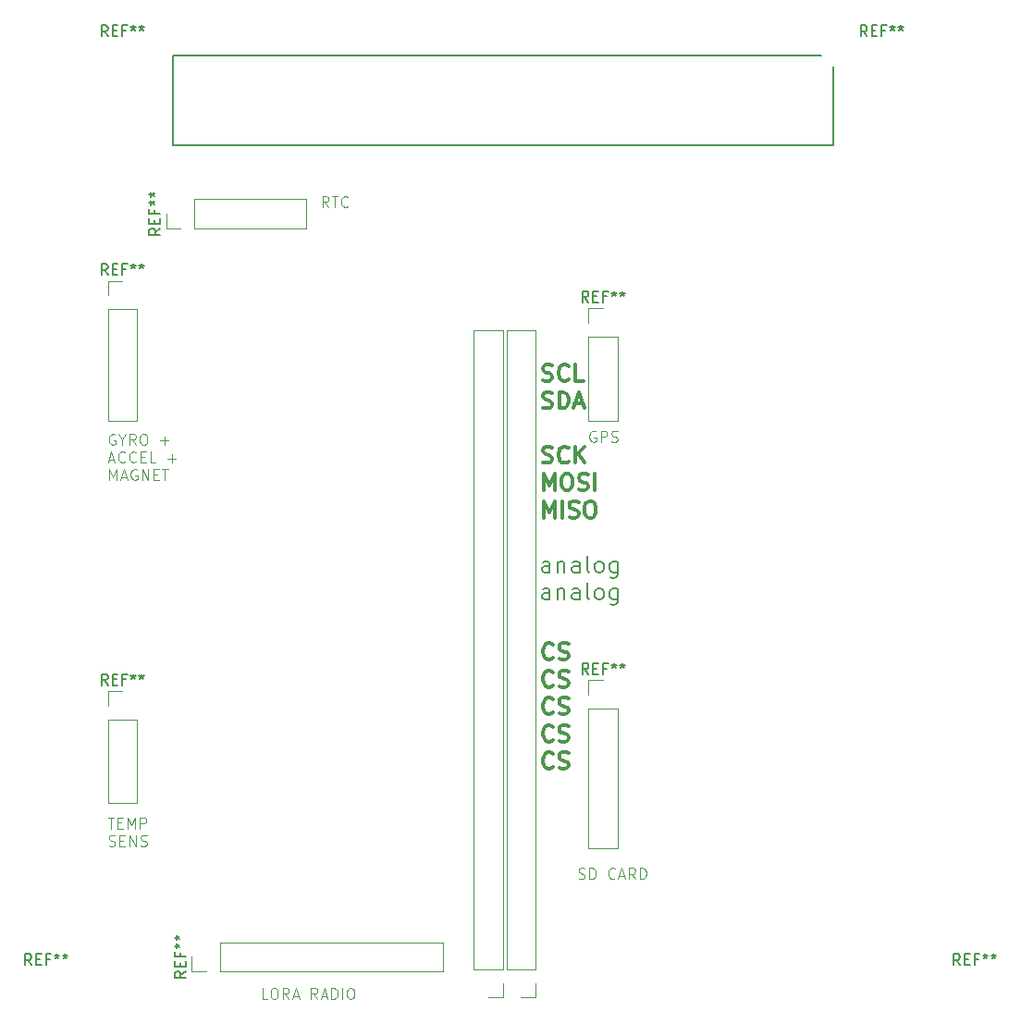
<source format=gbr>
%TF.GenerationSoftware,KiCad,Pcbnew,8.0.0*%
%TF.CreationDate,2025-01-17T00:29:12+02:00*%
%TF.ProjectId,diplomna_2024_sensors_pcb_layout,6469706c-6f6d-46e6-915f-323032345f73,rev?*%
%TF.SameCoordinates,Original*%
%TF.FileFunction,Legend,Top*%
%TF.FilePolarity,Positive*%
%FSLAX46Y46*%
G04 Gerber Fmt 4.6, Leading zero omitted, Abs format (unit mm)*
G04 Created by KiCad (PCBNEW 8.0.0) date 2025-01-17 00:29:12*
%MOMM*%
%LPD*%
G01*
G04 APERTURE LIST*
%ADD10C,0.187500*%
%ADD11C,0.300000*%
%ADD12C,0.100000*%
%ADD13C,0.150000*%
%ADD14C,0.120000*%
%ADD15C,0.200000*%
G04 APERTURE END LIST*
D10*
X208123355Y-103306678D02*
X208123355Y-102520964D01*
X208123355Y-102520964D02*
X208051926Y-102378107D01*
X208051926Y-102378107D02*
X207909069Y-102306678D01*
X207909069Y-102306678D02*
X207623355Y-102306678D01*
X207623355Y-102306678D02*
X207480497Y-102378107D01*
X208123355Y-103235250D02*
X207980497Y-103306678D01*
X207980497Y-103306678D02*
X207623355Y-103306678D01*
X207623355Y-103306678D02*
X207480497Y-103235250D01*
X207480497Y-103235250D02*
X207409069Y-103092392D01*
X207409069Y-103092392D02*
X207409069Y-102949535D01*
X207409069Y-102949535D02*
X207480497Y-102806678D01*
X207480497Y-102806678D02*
X207623355Y-102735250D01*
X207623355Y-102735250D02*
X207980497Y-102735250D01*
X207980497Y-102735250D02*
X208123355Y-102663821D01*
X208837640Y-102306678D02*
X208837640Y-103306678D01*
X208837640Y-102449535D02*
X208909069Y-102378107D01*
X208909069Y-102378107D02*
X209051926Y-102306678D01*
X209051926Y-102306678D02*
X209266212Y-102306678D01*
X209266212Y-102306678D02*
X209409069Y-102378107D01*
X209409069Y-102378107D02*
X209480498Y-102520964D01*
X209480498Y-102520964D02*
X209480498Y-103306678D01*
X210837641Y-103306678D02*
X210837641Y-102520964D01*
X210837641Y-102520964D02*
X210766212Y-102378107D01*
X210766212Y-102378107D02*
X210623355Y-102306678D01*
X210623355Y-102306678D02*
X210337641Y-102306678D01*
X210337641Y-102306678D02*
X210194783Y-102378107D01*
X210837641Y-103235250D02*
X210694783Y-103306678D01*
X210694783Y-103306678D02*
X210337641Y-103306678D01*
X210337641Y-103306678D02*
X210194783Y-103235250D01*
X210194783Y-103235250D02*
X210123355Y-103092392D01*
X210123355Y-103092392D02*
X210123355Y-102949535D01*
X210123355Y-102949535D02*
X210194783Y-102806678D01*
X210194783Y-102806678D02*
X210337641Y-102735250D01*
X210337641Y-102735250D02*
X210694783Y-102735250D01*
X210694783Y-102735250D02*
X210837641Y-102663821D01*
X211766212Y-103306678D02*
X211623355Y-103235250D01*
X211623355Y-103235250D02*
X211551926Y-103092392D01*
X211551926Y-103092392D02*
X211551926Y-101806678D01*
X212551926Y-103306678D02*
X212409069Y-103235250D01*
X212409069Y-103235250D02*
X212337640Y-103163821D01*
X212337640Y-103163821D02*
X212266212Y-103020964D01*
X212266212Y-103020964D02*
X212266212Y-102592392D01*
X212266212Y-102592392D02*
X212337640Y-102449535D01*
X212337640Y-102449535D02*
X212409069Y-102378107D01*
X212409069Y-102378107D02*
X212551926Y-102306678D01*
X212551926Y-102306678D02*
X212766212Y-102306678D01*
X212766212Y-102306678D02*
X212909069Y-102378107D01*
X212909069Y-102378107D02*
X212980498Y-102449535D01*
X212980498Y-102449535D02*
X213051926Y-102592392D01*
X213051926Y-102592392D02*
X213051926Y-103020964D01*
X213051926Y-103020964D02*
X212980498Y-103163821D01*
X212980498Y-103163821D02*
X212909069Y-103235250D01*
X212909069Y-103235250D02*
X212766212Y-103306678D01*
X212766212Y-103306678D02*
X212551926Y-103306678D01*
X214337641Y-102306678D02*
X214337641Y-103520964D01*
X214337641Y-103520964D02*
X214266212Y-103663821D01*
X214266212Y-103663821D02*
X214194783Y-103735250D01*
X214194783Y-103735250D02*
X214051926Y-103806678D01*
X214051926Y-103806678D02*
X213837641Y-103806678D01*
X213837641Y-103806678D02*
X213694783Y-103735250D01*
X214337641Y-103235250D02*
X214194783Y-103306678D01*
X214194783Y-103306678D02*
X213909069Y-103306678D01*
X213909069Y-103306678D02*
X213766212Y-103235250D01*
X213766212Y-103235250D02*
X213694783Y-103163821D01*
X213694783Y-103163821D02*
X213623355Y-103020964D01*
X213623355Y-103020964D02*
X213623355Y-102592392D01*
X213623355Y-102592392D02*
X213694783Y-102449535D01*
X213694783Y-102449535D02*
X213766212Y-102378107D01*
X213766212Y-102378107D02*
X213909069Y-102306678D01*
X213909069Y-102306678D02*
X214194783Y-102306678D01*
X214194783Y-102306678D02*
X214337641Y-102378107D01*
D11*
X208411653Y-111157971D02*
X208340225Y-111229400D01*
X208340225Y-111229400D02*
X208125939Y-111300828D01*
X208125939Y-111300828D02*
X207983082Y-111300828D01*
X207983082Y-111300828D02*
X207768796Y-111229400D01*
X207768796Y-111229400D02*
X207625939Y-111086542D01*
X207625939Y-111086542D02*
X207554510Y-110943685D01*
X207554510Y-110943685D02*
X207483082Y-110657971D01*
X207483082Y-110657971D02*
X207483082Y-110443685D01*
X207483082Y-110443685D02*
X207554510Y-110157971D01*
X207554510Y-110157971D02*
X207625939Y-110015114D01*
X207625939Y-110015114D02*
X207768796Y-109872257D01*
X207768796Y-109872257D02*
X207983082Y-109800828D01*
X207983082Y-109800828D02*
X208125939Y-109800828D01*
X208125939Y-109800828D02*
X208340225Y-109872257D01*
X208340225Y-109872257D02*
X208411653Y-109943685D01*
X208983082Y-111229400D02*
X209197368Y-111300828D01*
X209197368Y-111300828D02*
X209554510Y-111300828D01*
X209554510Y-111300828D02*
X209697368Y-111229400D01*
X209697368Y-111229400D02*
X209768796Y-111157971D01*
X209768796Y-111157971D02*
X209840225Y-111015114D01*
X209840225Y-111015114D02*
X209840225Y-110872257D01*
X209840225Y-110872257D02*
X209768796Y-110729400D01*
X209768796Y-110729400D02*
X209697368Y-110657971D01*
X209697368Y-110657971D02*
X209554510Y-110586542D01*
X209554510Y-110586542D02*
X209268796Y-110515114D01*
X209268796Y-110515114D02*
X209125939Y-110443685D01*
X209125939Y-110443685D02*
X209054510Y-110372257D01*
X209054510Y-110372257D02*
X208983082Y-110229400D01*
X208983082Y-110229400D02*
X208983082Y-110086542D01*
X208983082Y-110086542D02*
X209054510Y-109943685D01*
X209054510Y-109943685D02*
X209125939Y-109872257D01*
X209125939Y-109872257D02*
X209268796Y-109800828D01*
X209268796Y-109800828D02*
X209625939Y-109800828D01*
X209625939Y-109800828D02*
X209840225Y-109872257D01*
X207554510Y-95800828D02*
X207554510Y-94300828D01*
X207554510Y-94300828D02*
X208054510Y-95372257D01*
X208054510Y-95372257D02*
X208554510Y-94300828D01*
X208554510Y-94300828D02*
X208554510Y-95800828D01*
X209268796Y-95800828D02*
X209268796Y-94300828D01*
X209911654Y-95729400D02*
X210125940Y-95800828D01*
X210125940Y-95800828D02*
X210483082Y-95800828D01*
X210483082Y-95800828D02*
X210625940Y-95729400D01*
X210625940Y-95729400D02*
X210697368Y-95657971D01*
X210697368Y-95657971D02*
X210768797Y-95515114D01*
X210768797Y-95515114D02*
X210768797Y-95372257D01*
X210768797Y-95372257D02*
X210697368Y-95229400D01*
X210697368Y-95229400D02*
X210625940Y-95157971D01*
X210625940Y-95157971D02*
X210483082Y-95086542D01*
X210483082Y-95086542D02*
X210197368Y-95015114D01*
X210197368Y-95015114D02*
X210054511Y-94943685D01*
X210054511Y-94943685D02*
X209983082Y-94872257D01*
X209983082Y-94872257D02*
X209911654Y-94729400D01*
X209911654Y-94729400D02*
X209911654Y-94586542D01*
X209911654Y-94586542D02*
X209983082Y-94443685D01*
X209983082Y-94443685D02*
X210054511Y-94372257D01*
X210054511Y-94372257D02*
X210197368Y-94300828D01*
X210197368Y-94300828D02*
X210554511Y-94300828D01*
X210554511Y-94300828D02*
X210768797Y-94372257D01*
X211697368Y-94300828D02*
X211983082Y-94300828D01*
X211983082Y-94300828D02*
X212125939Y-94372257D01*
X212125939Y-94372257D02*
X212268796Y-94515114D01*
X212268796Y-94515114D02*
X212340225Y-94800828D01*
X212340225Y-94800828D02*
X212340225Y-95300828D01*
X212340225Y-95300828D02*
X212268796Y-95586542D01*
X212268796Y-95586542D02*
X212125939Y-95729400D01*
X212125939Y-95729400D02*
X211983082Y-95800828D01*
X211983082Y-95800828D02*
X211697368Y-95800828D01*
X211697368Y-95800828D02*
X211554511Y-95729400D01*
X211554511Y-95729400D02*
X211411653Y-95586542D01*
X211411653Y-95586542D02*
X211340225Y-95300828D01*
X211340225Y-95300828D02*
X211340225Y-94800828D01*
X211340225Y-94800828D02*
X211411653Y-94515114D01*
X211411653Y-94515114D02*
X211554511Y-94372257D01*
X211554511Y-94372257D02*
X211697368Y-94300828D01*
X207483082Y-83229400D02*
X207697368Y-83300828D01*
X207697368Y-83300828D02*
X208054510Y-83300828D01*
X208054510Y-83300828D02*
X208197368Y-83229400D01*
X208197368Y-83229400D02*
X208268796Y-83157971D01*
X208268796Y-83157971D02*
X208340225Y-83015114D01*
X208340225Y-83015114D02*
X208340225Y-82872257D01*
X208340225Y-82872257D02*
X208268796Y-82729400D01*
X208268796Y-82729400D02*
X208197368Y-82657971D01*
X208197368Y-82657971D02*
X208054510Y-82586542D01*
X208054510Y-82586542D02*
X207768796Y-82515114D01*
X207768796Y-82515114D02*
X207625939Y-82443685D01*
X207625939Y-82443685D02*
X207554510Y-82372257D01*
X207554510Y-82372257D02*
X207483082Y-82229400D01*
X207483082Y-82229400D02*
X207483082Y-82086542D01*
X207483082Y-82086542D02*
X207554510Y-81943685D01*
X207554510Y-81943685D02*
X207625939Y-81872257D01*
X207625939Y-81872257D02*
X207768796Y-81800828D01*
X207768796Y-81800828D02*
X208125939Y-81800828D01*
X208125939Y-81800828D02*
X208340225Y-81872257D01*
X209840224Y-83157971D02*
X209768796Y-83229400D01*
X209768796Y-83229400D02*
X209554510Y-83300828D01*
X209554510Y-83300828D02*
X209411653Y-83300828D01*
X209411653Y-83300828D02*
X209197367Y-83229400D01*
X209197367Y-83229400D02*
X209054510Y-83086542D01*
X209054510Y-83086542D02*
X208983081Y-82943685D01*
X208983081Y-82943685D02*
X208911653Y-82657971D01*
X208911653Y-82657971D02*
X208911653Y-82443685D01*
X208911653Y-82443685D02*
X208983081Y-82157971D01*
X208983081Y-82157971D02*
X209054510Y-82015114D01*
X209054510Y-82015114D02*
X209197367Y-81872257D01*
X209197367Y-81872257D02*
X209411653Y-81800828D01*
X209411653Y-81800828D02*
X209554510Y-81800828D01*
X209554510Y-81800828D02*
X209768796Y-81872257D01*
X209768796Y-81872257D02*
X209840224Y-81943685D01*
X211197367Y-83300828D02*
X210483081Y-83300828D01*
X210483081Y-83300828D02*
X210483081Y-81800828D01*
X208411653Y-108657971D02*
X208340225Y-108729400D01*
X208340225Y-108729400D02*
X208125939Y-108800828D01*
X208125939Y-108800828D02*
X207983082Y-108800828D01*
X207983082Y-108800828D02*
X207768796Y-108729400D01*
X207768796Y-108729400D02*
X207625939Y-108586542D01*
X207625939Y-108586542D02*
X207554510Y-108443685D01*
X207554510Y-108443685D02*
X207483082Y-108157971D01*
X207483082Y-108157971D02*
X207483082Y-107943685D01*
X207483082Y-107943685D02*
X207554510Y-107657971D01*
X207554510Y-107657971D02*
X207625939Y-107515114D01*
X207625939Y-107515114D02*
X207768796Y-107372257D01*
X207768796Y-107372257D02*
X207983082Y-107300828D01*
X207983082Y-107300828D02*
X208125939Y-107300828D01*
X208125939Y-107300828D02*
X208340225Y-107372257D01*
X208340225Y-107372257D02*
X208411653Y-107443685D01*
X208983082Y-108729400D02*
X209197368Y-108800828D01*
X209197368Y-108800828D02*
X209554510Y-108800828D01*
X209554510Y-108800828D02*
X209697368Y-108729400D01*
X209697368Y-108729400D02*
X209768796Y-108657971D01*
X209768796Y-108657971D02*
X209840225Y-108515114D01*
X209840225Y-108515114D02*
X209840225Y-108372257D01*
X209840225Y-108372257D02*
X209768796Y-108229400D01*
X209768796Y-108229400D02*
X209697368Y-108157971D01*
X209697368Y-108157971D02*
X209554510Y-108086542D01*
X209554510Y-108086542D02*
X209268796Y-108015114D01*
X209268796Y-108015114D02*
X209125939Y-107943685D01*
X209125939Y-107943685D02*
X209054510Y-107872257D01*
X209054510Y-107872257D02*
X208983082Y-107729400D01*
X208983082Y-107729400D02*
X208983082Y-107586542D01*
X208983082Y-107586542D02*
X209054510Y-107443685D01*
X209054510Y-107443685D02*
X209125939Y-107372257D01*
X209125939Y-107372257D02*
X209268796Y-107300828D01*
X209268796Y-107300828D02*
X209625939Y-107300828D01*
X209625939Y-107300828D02*
X209840225Y-107372257D01*
D12*
X168327693Y-88200150D02*
X168232455Y-88152531D01*
X168232455Y-88152531D02*
X168089598Y-88152531D01*
X168089598Y-88152531D02*
X167946741Y-88200150D01*
X167946741Y-88200150D02*
X167851503Y-88295388D01*
X167851503Y-88295388D02*
X167803884Y-88390626D01*
X167803884Y-88390626D02*
X167756265Y-88581102D01*
X167756265Y-88581102D02*
X167756265Y-88723959D01*
X167756265Y-88723959D02*
X167803884Y-88914435D01*
X167803884Y-88914435D02*
X167851503Y-89009673D01*
X167851503Y-89009673D02*
X167946741Y-89104912D01*
X167946741Y-89104912D02*
X168089598Y-89152531D01*
X168089598Y-89152531D02*
X168184836Y-89152531D01*
X168184836Y-89152531D02*
X168327693Y-89104912D01*
X168327693Y-89104912D02*
X168375312Y-89057292D01*
X168375312Y-89057292D02*
X168375312Y-88723959D01*
X168375312Y-88723959D02*
X168184836Y-88723959D01*
X168994360Y-88676340D02*
X168994360Y-89152531D01*
X168661027Y-88152531D02*
X168994360Y-88676340D01*
X168994360Y-88676340D02*
X169327693Y-88152531D01*
X170232455Y-89152531D02*
X169899122Y-88676340D01*
X169661027Y-89152531D02*
X169661027Y-88152531D01*
X169661027Y-88152531D02*
X170041979Y-88152531D01*
X170041979Y-88152531D02*
X170137217Y-88200150D01*
X170137217Y-88200150D02*
X170184836Y-88247769D01*
X170184836Y-88247769D02*
X170232455Y-88343007D01*
X170232455Y-88343007D02*
X170232455Y-88485864D01*
X170232455Y-88485864D02*
X170184836Y-88581102D01*
X170184836Y-88581102D02*
X170137217Y-88628721D01*
X170137217Y-88628721D02*
X170041979Y-88676340D01*
X170041979Y-88676340D02*
X169661027Y-88676340D01*
X170851503Y-88152531D02*
X171041979Y-88152531D01*
X171041979Y-88152531D02*
X171137217Y-88200150D01*
X171137217Y-88200150D02*
X171232455Y-88295388D01*
X171232455Y-88295388D02*
X171280074Y-88485864D01*
X171280074Y-88485864D02*
X171280074Y-88819197D01*
X171280074Y-88819197D02*
X171232455Y-89009673D01*
X171232455Y-89009673D02*
X171137217Y-89104912D01*
X171137217Y-89104912D02*
X171041979Y-89152531D01*
X171041979Y-89152531D02*
X170851503Y-89152531D01*
X170851503Y-89152531D02*
X170756265Y-89104912D01*
X170756265Y-89104912D02*
X170661027Y-89009673D01*
X170661027Y-89009673D02*
X170613408Y-88819197D01*
X170613408Y-88819197D02*
X170613408Y-88485864D01*
X170613408Y-88485864D02*
X170661027Y-88295388D01*
X170661027Y-88295388D02*
X170756265Y-88200150D01*
X170756265Y-88200150D02*
X170851503Y-88152531D01*
X172470551Y-88771578D02*
X173232456Y-88771578D01*
X172851503Y-89152531D02*
X172851503Y-88390626D01*
X167756265Y-90476760D02*
X168232455Y-90476760D01*
X167661027Y-90762475D02*
X167994360Y-89762475D01*
X167994360Y-89762475D02*
X168327693Y-90762475D01*
X169232455Y-90667236D02*
X169184836Y-90714856D01*
X169184836Y-90714856D02*
X169041979Y-90762475D01*
X169041979Y-90762475D02*
X168946741Y-90762475D01*
X168946741Y-90762475D02*
X168803884Y-90714856D01*
X168803884Y-90714856D02*
X168708646Y-90619617D01*
X168708646Y-90619617D02*
X168661027Y-90524379D01*
X168661027Y-90524379D02*
X168613408Y-90333903D01*
X168613408Y-90333903D02*
X168613408Y-90191046D01*
X168613408Y-90191046D02*
X168661027Y-90000570D01*
X168661027Y-90000570D02*
X168708646Y-89905332D01*
X168708646Y-89905332D02*
X168803884Y-89810094D01*
X168803884Y-89810094D02*
X168946741Y-89762475D01*
X168946741Y-89762475D02*
X169041979Y-89762475D01*
X169041979Y-89762475D02*
X169184836Y-89810094D01*
X169184836Y-89810094D02*
X169232455Y-89857713D01*
X170232455Y-90667236D02*
X170184836Y-90714856D01*
X170184836Y-90714856D02*
X170041979Y-90762475D01*
X170041979Y-90762475D02*
X169946741Y-90762475D01*
X169946741Y-90762475D02*
X169803884Y-90714856D01*
X169803884Y-90714856D02*
X169708646Y-90619617D01*
X169708646Y-90619617D02*
X169661027Y-90524379D01*
X169661027Y-90524379D02*
X169613408Y-90333903D01*
X169613408Y-90333903D02*
X169613408Y-90191046D01*
X169613408Y-90191046D02*
X169661027Y-90000570D01*
X169661027Y-90000570D02*
X169708646Y-89905332D01*
X169708646Y-89905332D02*
X169803884Y-89810094D01*
X169803884Y-89810094D02*
X169946741Y-89762475D01*
X169946741Y-89762475D02*
X170041979Y-89762475D01*
X170041979Y-89762475D02*
X170184836Y-89810094D01*
X170184836Y-89810094D02*
X170232455Y-89857713D01*
X170661027Y-90238665D02*
X170994360Y-90238665D01*
X171137217Y-90762475D02*
X170661027Y-90762475D01*
X170661027Y-90762475D02*
X170661027Y-89762475D01*
X170661027Y-89762475D02*
X171137217Y-89762475D01*
X172041979Y-90762475D02*
X171565789Y-90762475D01*
X171565789Y-90762475D02*
X171565789Y-89762475D01*
X173137218Y-90381522D02*
X173899123Y-90381522D01*
X173518170Y-90762475D02*
X173518170Y-90000570D01*
X167803884Y-92372419D02*
X167803884Y-91372419D01*
X167803884Y-91372419D02*
X168137217Y-92086704D01*
X168137217Y-92086704D02*
X168470550Y-91372419D01*
X168470550Y-91372419D02*
X168470550Y-92372419D01*
X168899122Y-92086704D02*
X169375312Y-92086704D01*
X168803884Y-92372419D02*
X169137217Y-91372419D01*
X169137217Y-91372419D02*
X169470550Y-92372419D01*
X170327693Y-91420038D02*
X170232455Y-91372419D01*
X170232455Y-91372419D02*
X170089598Y-91372419D01*
X170089598Y-91372419D02*
X169946741Y-91420038D01*
X169946741Y-91420038D02*
X169851503Y-91515276D01*
X169851503Y-91515276D02*
X169803884Y-91610514D01*
X169803884Y-91610514D02*
X169756265Y-91800990D01*
X169756265Y-91800990D02*
X169756265Y-91943847D01*
X169756265Y-91943847D02*
X169803884Y-92134323D01*
X169803884Y-92134323D02*
X169851503Y-92229561D01*
X169851503Y-92229561D02*
X169946741Y-92324800D01*
X169946741Y-92324800D02*
X170089598Y-92372419D01*
X170089598Y-92372419D02*
X170184836Y-92372419D01*
X170184836Y-92372419D02*
X170327693Y-92324800D01*
X170327693Y-92324800D02*
X170375312Y-92277180D01*
X170375312Y-92277180D02*
X170375312Y-91943847D01*
X170375312Y-91943847D02*
X170184836Y-91943847D01*
X170803884Y-92372419D02*
X170803884Y-91372419D01*
X170803884Y-91372419D02*
X171375312Y-92372419D01*
X171375312Y-92372419D02*
X171375312Y-91372419D01*
X171851503Y-91848609D02*
X172184836Y-91848609D01*
X172327693Y-92372419D02*
X171851503Y-92372419D01*
X171851503Y-92372419D02*
X171851503Y-91372419D01*
X171851503Y-91372419D02*
X172327693Y-91372419D01*
X172613408Y-91372419D02*
X173184836Y-91372419D01*
X172899122Y-92372419D02*
X172899122Y-91372419D01*
X182280074Y-139872419D02*
X181803884Y-139872419D01*
X181803884Y-139872419D02*
X181803884Y-138872419D01*
X182803884Y-138872419D02*
X182994360Y-138872419D01*
X182994360Y-138872419D02*
X183089598Y-138920038D01*
X183089598Y-138920038D02*
X183184836Y-139015276D01*
X183184836Y-139015276D02*
X183232455Y-139205752D01*
X183232455Y-139205752D02*
X183232455Y-139539085D01*
X183232455Y-139539085D02*
X183184836Y-139729561D01*
X183184836Y-139729561D02*
X183089598Y-139824800D01*
X183089598Y-139824800D02*
X182994360Y-139872419D01*
X182994360Y-139872419D02*
X182803884Y-139872419D01*
X182803884Y-139872419D02*
X182708646Y-139824800D01*
X182708646Y-139824800D02*
X182613408Y-139729561D01*
X182613408Y-139729561D02*
X182565789Y-139539085D01*
X182565789Y-139539085D02*
X182565789Y-139205752D01*
X182565789Y-139205752D02*
X182613408Y-139015276D01*
X182613408Y-139015276D02*
X182708646Y-138920038D01*
X182708646Y-138920038D02*
X182803884Y-138872419D01*
X184232455Y-139872419D02*
X183899122Y-139396228D01*
X183661027Y-139872419D02*
X183661027Y-138872419D01*
X183661027Y-138872419D02*
X184041979Y-138872419D01*
X184041979Y-138872419D02*
X184137217Y-138920038D01*
X184137217Y-138920038D02*
X184184836Y-138967657D01*
X184184836Y-138967657D02*
X184232455Y-139062895D01*
X184232455Y-139062895D02*
X184232455Y-139205752D01*
X184232455Y-139205752D02*
X184184836Y-139300990D01*
X184184836Y-139300990D02*
X184137217Y-139348609D01*
X184137217Y-139348609D02*
X184041979Y-139396228D01*
X184041979Y-139396228D02*
X183661027Y-139396228D01*
X184613408Y-139586704D02*
X185089598Y-139586704D01*
X184518170Y-139872419D02*
X184851503Y-138872419D01*
X184851503Y-138872419D02*
X185184836Y-139872419D01*
X186851503Y-139872419D02*
X186518170Y-139396228D01*
X186280075Y-139872419D02*
X186280075Y-138872419D01*
X186280075Y-138872419D02*
X186661027Y-138872419D01*
X186661027Y-138872419D02*
X186756265Y-138920038D01*
X186756265Y-138920038D02*
X186803884Y-138967657D01*
X186803884Y-138967657D02*
X186851503Y-139062895D01*
X186851503Y-139062895D02*
X186851503Y-139205752D01*
X186851503Y-139205752D02*
X186803884Y-139300990D01*
X186803884Y-139300990D02*
X186756265Y-139348609D01*
X186756265Y-139348609D02*
X186661027Y-139396228D01*
X186661027Y-139396228D02*
X186280075Y-139396228D01*
X187232456Y-139586704D02*
X187708646Y-139586704D01*
X187137218Y-139872419D02*
X187470551Y-138872419D01*
X187470551Y-138872419D02*
X187803884Y-139872419D01*
X188137218Y-139872419D02*
X188137218Y-138872419D01*
X188137218Y-138872419D02*
X188375313Y-138872419D01*
X188375313Y-138872419D02*
X188518170Y-138920038D01*
X188518170Y-138920038D02*
X188613408Y-139015276D01*
X188613408Y-139015276D02*
X188661027Y-139110514D01*
X188661027Y-139110514D02*
X188708646Y-139300990D01*
X188708646Y-139300990D02*
X188708646Y-139443847D01*
X188708646Y-139443847D02*
X188661027Y-139634323D01*
X188661027Y-139634323D02*
X188613408Y-139729561D01*
X188613408Y-139729561D02*
X188518170Y-139824800D01*
X188518170Y-139824800D02*
X188375313Y-139872419D01*
X188375313Y-139872419D02*
X188137218Y-139872419D01*
X189137218Y-139872419D02*
X189137218Y-138872419D01*
X189803884Y-138872419D02*
X189994360Y-138872419D01*
X189994360Y-138872419D02*
X190089598Y-138920038D01*
X190089598Y-138920038D02*
X190184836Y-139015276D01*
X190184836Y-139015276D02*
X190232455Y-139205752D01*
X190232455Y-139205752D02*
X190232455Y-139539085D01*
X190232455Y-139539085D02*
X190184836Y-139729561D01*
X190184836Y-139729561D02*
X190089598Y-139824800D01*
X190089598Y-139824800D02*
X189994360Y-139872419D01*
X189994360Y-139872419D02*
X189803884Y-139872419D01*
X189803884Y-139872419D02*
X189708646Y-139824800D01*
X189708646Y-139824800D02*
X189613408Y-139729561D01*
X189613408Y-139729561D02*
X189565789Y-139539085D01*
X189565789Y-139539085D02*
X189565789Y-139205752D01*
X189565789Y-139205752D02*
X189613408Y-139015276D01*
X189613408Y-139015276D02*
X189708646Y-138920038D01*
X189708646Y-138920038D02*
X189803884Y-138872419D01*
X210756265Y-128824800D02*
X210899122Y-128872419D01*
X210899122Y-128872419D02*
X211137217Y-128872419D01*
X211137217Y-128872419D02*
X211232455Y-128824800D01*
X211232455Y-128824800D02*
X211280074Y-128777180D01*
X211280074Y-128777180D02*
X211327693Y-128681942D01*
X211327693Y-128681942D02*
X211327693Y-128586704D01*
X211327693Y-128586704D02*
X211280074Y-128491466D01*
X211280074Y-128491466D02*
X211232455Y-128443847D01*
X211232455Y-128443847D02*
X211137217Y-128396228D01*
X211137217Y-128396228D02*
X210946741Y-128348609D01*
X210946741Y-128348609D02*
X210851503Y-128300990D01*
X210851503Y-128300990D02*
X210803884Y-128253371D01*
X210803884Y-128253371D02*
X210756265Y-128158133D01*
X210756265Y-128158133D02*
X210756265Y-128062895D01*
X210756265Y-128062895D02*
X210803884Y-127967657D01*
X210803884Y-127967657D02*
X210851503Y-127920038D01*
X210851503Y-127920038D02*
X210946741Y-127872419D01*
X210946741Y-127872419D02*
X211184836Y-127872419D01*
X211184836Y-127872419D02*
X211327693Y-127920038D01*
X211756265Y-128872419D02*
X211756265Y-127872419D01*
X211756265Y-127872419D02*
X211994360Y-127872419D01*
X211994360Y-127872419D02*
X212137217Y-127920038D01*
X212137217Y-127920038D02*
X212232455Y-128015276D01*
X212232455Y-128015276D02*
X212280074Y-128110514D01*
X212280074Y-128110514D02*
X212327693Y-128300990D01*
X212327693Y-128300990D02*
X212327693Y-128443847D01*
X212327693Y-128443847D02*
X212280074Y-128634323D01*
X212280074Y-128634323D02*
X212232455Y-128729561D01*
X212232455Y-128729561D02*
X212137217Y-128824800D01*
X212137217Y-128824800D02*
X211994360Y-128872419D01*
X211994360Y-128872419D02*
X211756265Y-128872419D01*
X214089598Y-128777180D02*
X214041979Y-128824800D01*
X214041979Y-128824800D02*
X213899122Y-128872419D01*
X213899122Y-128872419D02*
X213803884Y-128872419D01*
X213803884Y-128872419D02*
X213661027Y-128824800D01*
X213661027Y-128824800D02*
X213565789Y-128729561D01*
X213565789Y-128729561D02*
X213518170Y-128634323D01*
X213518170Y-128634323D02*
X213470551Y-128443847D01*
X213470551Y-128443847D02*
X213470551Y-128300990D01*
X213470551Y-128300990D02*
X213518170Y-128110514D01*
X213518170Y-128110514D02*
X213565789Y-128015276D01*
X213565789Y-128015276D02*
X213661027Y-127920038D01*
X213661027Y-127920038D02*
X213803884Y-127872419D01*
X213803884Y-127872419D02*
X213899122Y-127872419D01*
X213899122Y-127872419D02*
X214041979Y-127920038D01*
X214041979Y-127920038D02*
X214089598Y-127967657D01*
X214470551Y-128586704D02*
X214946741Y-128586704D01*
X214375313Y-128872419D02*
X214708646Y-127872419D01*
X214708646Y-127872419D02*
X215041979Y-128872419D01*
X215946741Y-128872419D02*
X215613408Y-128396228D01*
X215375313Y-128872419D02*
X215375313Y-127872419D01*
X215375313Y-127872419D02*
X215756265Y-127872419D01*
X215756265Y-127872419D02*
X215851503Y-127920038D01*
X215851503Y-127920038D02*
X215899122Y-127967657D01*
X215899122Y-127967657D02*
X215946741Y-128062895D01*
X215946741Y-128062895D02*
X215946741Y-128205752D01*
X215946741Y-128205752D02*
X215899122Y-128300990D01*
X215899122Y-128300990D02*
X215851503Y-128348609D01*
X215851503Y-128348609D02*
X215756265Y-128396228D01*
X215756265Y-128396228D02*
X215375313Y-128396228D01*
X216375313Y-128872419D02*
X216375313Y-127872419D01*
X216375313Y-127872419D02*
X216613408Y-127872419D01*
X216613408Y-127872419D02*
X216756265Y-127920038D01*
X216756265Y-127920038D02*
X216851503Y-128015276D01*
X216851503Y-128015276D02*
X216899122Y-128110514D01*
X216899122Y-128110514D02*
X216946741Y-128300990D01*
X216946741Y-128300990D02*
X216946741Y-128443847D01*
X216946741Y-128443847D02*
X216899122Y-128634323D01*
X216899122Y-128634323D02*
X216851503Y-128729561D01*
X216851503Y-128729561D02*
X216756265Y-128824800D01*
X216756265Y-128824800D02*
X216613408Y-128872419D01*
X216613408Y-128872419D02*
X216375313Y-128872419D01*
D11*
X207483082Y-90729400D02*
X207697368Y-90800828D01*
X207697368Y-90800828D02*
X208054510Y-90800828D01*
X208054510Y-90800828D02*
X208197368Y-90729400D01*
X208197368Y-90729400D02*
X208268796Y-90657971D01*
X208268796Y-90657971D02*
X208340225Y-90515114D01*
X208340225Y-90515114D02*
X208340225Y-90372257D01*
X208340225Y-90372257D02*
X208268796Y-90229400D01*
X208268796Y-90229400D02*
X208197368Y-90157971D01*
X208197368Y-90157971D02*
X208054510Y-90086542D01*
X208054510Y-90086542D02*
X207768796Y-90015114D01*
X207768796Y-90015114D02*
X207625939Y-89943685D01*
X207625939Y-89943685D02*
X207554510Y-89872257D01*
X207554510Y-89872257D02*
X207483082Y-89729400D01*
X207483082Y-89729400D02*
X207483082Y-89586542D01*
X207483082Y-89586542D02*
X207554510Y-89443685D01*
X207554510Y-89443685D02*
X207625939Y-89372257D01*
X207625939Y-89372257D02*
X207768796Y-89300828D01*
X207768796Y-89300828D02*
X208125939Y-89300828D01*
X208125939Y-89300828D02*
X208340225Y-89372257D01*
X209840224Y-90657971D02*
X209768796Y-90729400D01*
X209768796Y-90729400D02*
X209554510Y-90800828D01*
X209554510Y-90800828D02*
X209411653Y-90800828D01*
X209411653Y-90800828D02*
X209197367Y-90729400D01*
X209197367Y-90729400D02*
X209054510Y-90586542D01*
X209054510Y-90586542D02*
X208983081Y-90443685D01*
X208983081Y-90443685D02*
X208911653Y-90157971D01*
X208911653Y-90157971D02*
X208911653Y-89943685D01*
X208911653Y-89943685D02*
X208983081Y-89657971D01*
X208983081Y-89657971D02*
X209054510Y-89515114D01*
X209054510Y-89515114D02*
X209197367Y-89372257D01*
X209197367Y-89372257D02*
X209411653Y-89300828D01*
X209411653Y-89300828D02*
X209554510Y-89300828D01*
X209554510Y-89300828D02*
X209768796Y-89372257D01*
X209768796Y-89372257D02*
X209840224Y-89443685D01*
X210483081Y-90800828D02*
X210483081Y-89300828D01*
X211340224Y-90800828D02*
X210697367Y-89943685D01*
X211340224Y-89300828D02*
X210483081Y-90157971D01*
D12*
X167661027Y-123262475D02*
X168232455Y-123262475D01*
X167946741Y-124262475D02*
X167946741Y-123262475D01*
X168565789Y-123738665D02*
X168899122Y-123738665D01*
X169041979Y-124262475D02*
X168565789Y-124262475D01*
X168565789Y-124262475D02*
X168565789Y-123262475D01*
X168565789Y-123262475D02*
X169041979Y-123262475D01*
X169470551Y-124262475D02*
X169470551Y-123262475D01*
X169470551Y-123262475D02*
X169803884Y-123976760D01*
X169803884Y-123976760D02*
X170137217Y-123262475D01*
X170137217Y-123262475D02*
X170137217Y-124262475D01*
X170613408Y-124262475D02*
X170613408Y-123262475D01*
X170613408Y-123262475D02*
X170994360Y-123262475D01*
X170994360Y-123262475D02*
X171089598Y-123310094D01*
X171089598Y-123310094D02*
X171137217Y-123357713D01*
X171137217Y-123357713D02*
X171184836Y-123452951D01*
X171184836Y-123452951D02*
X171184836Y-123595808D01*
X171184836Y-123595808D02*
X171137217Y-123691046D01*
X171137217Y-123691046D02*
X171089598Y-123738665D01*
X171089598Y-123738665D02*
X170994360Y-123786284D01*
X170994360Y-123786284D02*
X170613408Y-123786284D01*
X167756265Y-125824800D02*
X167899122Y-125872419D01*
X167899122Y-125872419D02*
X168137217Y-125872419D01*
X168137217Y-125872419D02*
X168232455Y-125824800D01*
X168232455Y-125824800D02*
X168280074Y-125777180D01*
X168280074Y-125777180D02*
X168327693Y-125681942D01*
X168327693Y-125681942D02*
X168327693Y-125586704D01*
X168327693Y-125586704D02*
X168280074Y-125491466D01*
X168280074Y-125491466D02*
X168232455Y-125443847D01*
X168232455Y-125443847D02*
X168137217Y-125396228D01*
X168137217Y-125396228D02*
X167946741Y-125348609D01*
X167946741Y-125348609D02*
X167851503Y-125300990D01*
X167851503Y-125300990D02*
X167803884Y-125253371D01*
X167803884Y-125253371D02*
X167756265Y-125158133D01*
X167756265Y-125158133D02*
X167756265Y-125062895D01*
X167756265Y-125062895D02*
X167803884Y-124967657D01*
X167803884Y-124967657D02*
X167851503Y-124920038D01*
X167851503Y-124920038D02*
X167946741Y-124872419D01*
X167946741Y-124872419D02*
X168184836Y-124872419D01*
X168184836Y-124872419D02*
X168327693Y-124920038D01*
X168756265Y-125348609D02*
X169089598Y-125348609D01*
X169232455Y-125872419D02*
X168756265Y-125872419D01*
X168756265Y-125872419D02*
X168756265Y-124872419D01*
X168756265Y-124872419D02*
X169232455Y-124872419D01*
X169661027Y-125872419D02*
X169661027Y-124872419D01*
X169661027Y-124872419D02*
X170232455Y-125872419D01*
X170232455Y-125872419D02*
X170232455Y-124872419D01*
X170661027Y-125824800D02*
X170803884Y-125872419D01*
X170803884Y-125872419D02*
X171041979Y-125872419D01*
X171041979Y-125872419D02*
X171137217Y-125824800D01*
X171137217Y-125824800D02*
X171184836Y-125777180D01*
X171184836Y-125777180D02*
X171232455Y-125681942D01*
X171232455Y-125681942D02*
X171232455Y-125586704D01*
X171232455Y-125586704D02*
X171184836Y-125491466D01*
X171184836Y-125491466D02*
X171137217Y-125443847D01*
X171137217Y-125443847D02*
X171041979Y-125396228D01*
X171041979Y-125396228D02*
X170851503Y-125348609D01*
X170851503Y-125348609D02*
X170756265Y-125300990D01*
X170756265Y-125300990D02*
X170708646Y-125253371D01*
X170708646Y-125253371D02*
X170661027Y-125158133D01*
X170661027Y-125158133D02*
X170661027Y-125062895D01*
X170661027Y-125062895D02*
X170708646Y-124967657D01*
X170708646Y-124967657D02*
X170756265Y-124920038D01*
X170756265Y-124920038D02*
X170851503Y-124872419D01*
X170851503Y-124872419D02*
X171089598Y-124872419D01*
X171089598Y-124872419D02*
X171232455Y-124920038D01*
D11*
X207554510Y-93300828D02*
X207554510Y-91800828D01*
X207554510Y-91800828D02*
X208054510Y-92872257D01*
X208054510Y-92872257D02*
X208554510Y-91800828D01*
X208554510Y-91800828D02*
X208554510Y-93300828D01*
X209554511Y-91800828D02*
X209840225Y-91800828D01*
X209840225Y-91800828D02*
X209983082Y-91872257D01*
X209983082Y-91872257D02*
X210125939Y-92015114D01*
X210125939Y-92015114D02*
X210197368Y-92300828D01*
X210197368Y-92300828D02*
X210197368Y-92800828D01*
X210197368Y-92800828D02*
X210125939Y-93086542D01*
X210125939Y-93086542D02*
X209983082Y-93229400D01*
X209983082Y-93229400D02*
X209840225Y-93300828D01*
X209840225Y-93300828D02*
X209554511Y-93300828D01*
X209554511Y-93300828D02*
X209411654Y-93229400D01*
X209411654Y-93229400D02*
X209268796Y-93086542D01*
X209268796Y-93086542D02*
X209197368Y-92800828D01*
X209197368Y-92800828D02*
X209197368Y-92300828D01*
X209197368Y-92300828D02*
X209268796Y-92015114D01*
X209268796Y-92015114D02*
X209411654Y-91872257D01*
X209411654Y-91872257D02*
X209554511Y-91800828D01*
X210768797Y-93229400D02*
X210983083Y-93300828D01*
X210983083Y-93300828D02*
X211340225Y-93300828D01*
X211340225Y-93300828D02*
X211483083Y-93229400D01*
X211483083Y-93229400D02*
X211554511Y-93157971D01*
X211554511Y-93157971D02*
X211625940Y-93015114D01*
X211625940Y-93015114D02*
X211625940Y-92872257D01*
X211625940Y-92872257D02*
X211554511Y-92729400D01*
X211554511Y-92729400D02*
X211483083Y-92657971D01*
X211483083Y-92657971D02*
X211340225Y-92586542D01*
X211340225Y-92586542D02*
X211054511Y-92515114D01*
X211054511Y-92515114D02*
X210911654Y-92443685D01*
X210911654Y-92443685D02*
X210840225Y-92372257D01*
X210840225Y-92372257D02*
X210768797Y-92229400D01*
X210768797Y-92229400D02*
X210768797Y-92086542D01*
X210768797Y-92086542D02*
X210840225Y-91943685D01*
X210840225Y-91943685D02*
X210911654Y-91872257D01*
X210911654Y-91872257D02*
X211054511Y-91800828D01*
X211054511Y-91800828D02*
X211411654Y-91800828D01*
X211411654Y-91800828D02*
X211625940Y-91872257D01*
X212268796Y-93300828D02*
X212268796Y-91800828D01*
D12*
X187875312Y-67372419D02*
X187541979Y-66896228D01*
X187303884Y-67372419D02*
X187303884Y-66372419D01*
X187303884Y-66372419D02*
X187684836Y-66372419D01*
X187684836Y-66372419D02*
X187780074Y-66420038D01*
X187780074Y-66420038D02*
X187827693Y-66467657D01*
X187827693Y-66467657D02*
X187875312Y-66562895D01*
X187875312Y-66562895D02*
X187875312Y-66705752D01*
X187875312Y-66705752D02*
X187827693Y-66800990D01*
X187827693Y-66800990D02*
X187780074Y-66848609D01*
X187780074Y-66848609D02*
X187684836Y-66896228D01*
X187684836Y-66896228D02*
X187303884Y-66896228D01*
X188161027Y-66372419D02*
X188732455Y-66372419D01*
X188446741Y-67372419D02*
X188446741Y-66372419D01*
X189637217Y-67277180D02*
X189589598Y-67324800D01*
X189589598Y-67324800D02*
X189446741Y-67372419D01*
X189446741Y-67372419D02*
X189351503Y-67372419D01*
X189351503Y-67372419D02*
X189208646Y-67324800D01*
X189208646Y-67324800D02*
X189113408Y-67229561D01*
X189113408Y-67229561D02*
X189065789Y-67134323D01*
X189065789Y-67134323D02*
X189018170Y-66943847D01*
X189018170Y-66943847D02*
X189018170Y-66800990D01*
X189018170Y-66800990D02*
X189065789Y-66610514D01*
X189065789Y-66610514D02*
X189113408Y-66515276D01*
X189113408Y-66515276D02*
X189208646Y-66420038D01*
X189208646Y-66420038D02*
X189351503Y-66372419D01*
X189351503Y-66372419D02*
X189446741Y-66372419D01*
X189446741Y-66372419D02*
X189589598Y-66420038D01*
X189589598Y-66420038D02*
X189637217Y-66467657D01*
D11*
X208411653Y-113657971D02*
X208340225Y-113729400D01*
X208340225Y-113729400D02*
X208125939Y-113800828D01*
X208125939Y-113800828D02*
X207983082Y-113800828D01*
X207983082Y-113800828D02*
X207768796Y-113729400D01*
X207768796Y-113729400D02*
X207625939Y-113586542D01*
X207625939Y-113586542D02*
X207554510Y-113443685D01*
X207554510Y-113443685D02*
X207483082Y-113157971D01*
X207483082Y-113157971D02*
X207483082Y-112943685D01*
X207483082Y-112943685D02*
X207554510Y-112657971D01*
X207554510Y-112657971D02*
X207625939Y-112515114D01*
X207625939Y-112515114D02*
X207768796Y-112372257D01*
X207768796Y-112372257D02*
X207983082Y-112300828D01*
X207983082Y-112300828D02*
X208125939Y-112300828D01*
X208125939Y-112300828D02*
X208340225Y-112372257D01*
X208340225Y-112372257D02*
X208411653Y-112443685D01*
X208983082Y-113729400D02*
X209197368Y-113800828D01*
X209197368Y-113800828D02*
X209554510Y-113800828D01*
X209554510Y-113800828D02*
X209697368Y-113729400D01*
X209697368Y-113729400D02*
X209768796Y-113657971D01*
X209768796Y-113657971D02*
X209840225Y-113515114D01*
X209840225Y-113515114D02*
X209840225Y-113372257D01*
X209840225Y-113372257D02*
X209768796Y-113229400D01*
X209768796Y-113229400D02*
X209697368Y-113157971D01*
X209697368Y-113157971D02*
X209554510Y-113086542D01*
X209554510Y-113086542D02*
X209268796Y-113015114D01*
X209268796Y-113015114D02*
X209125939Y-112943685D01*
X209125939Y-112943685D02*
X209054510Y-112872257D01*
X209054510Y-112872257D02*
X208983082Y-112729400D01*
X208983082Y-112729400D02*
X208983082Y-112586542D01*
X208983082Y-112586542D02*
X209054510Y-112443685D01*
X209054510Y-112443685D02*
X209125939Y-112372257D01*
X209125939Y-112372257D02*
X209268796Y-112300828D01*
X209268796Y-112300828D02*
X209625939Y-112300828D01*
X209625939Y-112300828D02*
X209840225Y-112372257D01*
X208411653Y-116157971D02*
X208340225Y-116229400D01*
X208340225Y-116229400D02*
X208125939Y-116300828D01*
X208125939Y-116300828D02*
X207983082Y-116300828D01*
X207983082Y-116300828D02*
X207768796Y-116229400D01*
X207768796Y-116229400D02*
X207625939Y-116086542D01*
X207625939Y-116086542D02*
X207554510Y-115943685D01*
X207554510Y-115943685D02*
X207483082Y-115657971D01*
X207483082Y-115657971D02*
X207483082Y-115443685D01*
X207483082Y-115443685D02*
X207554510Y-115157971D01*
X207554510Y-115157971D02*
X207625939Y-115015114D01*
X207625939Y-115015114D02*
X207768796Y-114872257D01*
X207768796Y-114872257D02*
X207983082Y-114800828D01*
X207983082Y-114800828D02*
X208125939Y-114800828D01*
X208125939Y-114800828D02*
X208340225Y-114872257D01*
X208340225Y-114872257D02*
X208411653Y-114943685D01*
X208983082Y-116229400D02*
X209197368Y-116300828D01*
X209197368Y-116300828D02*
X209554510Y-116300828D01*
X209554510Y-116300828D02*
X209697368Y-116229400D01*
X209697368Y-116229400D02*
X209768796Y-116157971D01*
X209768796Y-116157971D02*
X209840225Y-116015114D01*
X209840225Y-116015114D02*
X209840225Y-115872257D01*
X209840225Y-115872257D02*
X209768796Y-115729400D01*
X209768796Y-115729400D02*
X209697368Y-115657971D01*
X209697368Y-115657971D02*
X209554510Y-115586542D01*
X209554510Y-115586542D02*
X209268796Y-115515114D01*
X209268796Y-115515114D02*
X209125939Y-115443685D01*
X209125939Y-115443685D02*
X209054510Y-115372257D01*
X209054510Y-115372257D02*
X208983082Y-115229400D01*
X208983082Y-115229400D02*
X208983082Y-115086542D01*
X208983082Y-115086542D02*
X209054510Y-114943685D01*
X209054510Y-114943685D02*
X209125939Y-114872257D01*
X209125939Y-114872257D02*
X209268796Y-114800828D01*
X209268796Y-114800828D02*
X209625939Y-114800828D01*
X209625939Y-114800828D02*
X209840225Y-114872257D01*
D10*
X208123355Y-100806678D02*
X208123355Y-100020964D01*
X208123355Y-100020964D02*
X208051926Y-99878107D01*
X208051926Y-99878107D02*
X207909069Y-99806678D01*
X207909069Y-99806678D02*
X207623355Y-99806678D01*
X207623355Y-99806678D02*
X207480497Y-99878107D01*
X208123355Y-100735250D02*
X207980497Y-100806678D01*
X207980497Y-100806678D02*
X207623355Y-100806678D01*
X207623355Y-100806678D02*
X207480497Y-100735250D01*
X207480497Y-100735250D02*
X207409069Y-100592392D01*
X207409069Y-100592392D02*
X207409069Y-100449535D01*
X207409069Y-100449535D02*
X207480497Y-100306678D01*
X207480497Y-100306678D02*
X207623355Y-100235250D01*
X207623355Y-100235250D02*
X207980497Y-100235250D01*
X207980497Y-100235250D02*
X208123355Y-100163821D01*
X208837640Y-99806678D02*
X208837640Y-100806678D01*
X208837640Y-99949535D02*
X208909069Y-99878107D01*
X208909069Y-99878107D02*
X209051926Y-99806678D01*
X209051926Y-99806678D02*
X209266212Y-99806678D01*
X209266212Y-99806678D02*
X209409069Y-99878107D01*
X209409069Y-99878107D02*
X209480498Y-100020964D01*
X209480498Y-100020964D02*
X209480498Y-100806678D01*
X210837641Y-100806678D02*
X210837641Y-100020964D01*
X210837641Y-100020964D02*
X210766212Y-99878107D01*
X210766212Y-99878107D02*
X210623355Y-99806678D01*
X210623355Y-99806678D02*
X210337641Y-99806678D01*
X210337641Y-99806678D02*
X210194783Y-99878107D01*
X210837641Y-100735250D02*
X210694783Y-100806678D01*
X210694783Y-100806678D02*
X210337641Y-100806678D01*
X210337641Y-100806678D02*
X210194783Y-100735250D01*
X210194783Y-100735250D02*
X210123355Y-100592392D01*
X210123355Y-100592392D02*
X210123355Y-100449535D01*
X210123355Y-100449535D02*
X210194783Y-100306678D01*
X210194783Y-100306678D02*
X210337641Y-100235250D01*
X210337641Y-100235250D02*
X210694783Y-100235250D01*
X210694783Y-100235250D02*
X210837641Y-100163821D01*
X211766212Y-100806678D02*
X211623355Y-100735250D01*
X211623355Y-100735250D02*
X211551926Y-100592392D01*
X211551926Y-100592392D02*
X211551926Y-99306678D01*
X212551926Y-100806678D02*
X212409069Y-100735250D01*
X212409069Y-100735250D02*
X212337640Y-100663821D01*
X212337640Y-100663821D02*
X212266212Y-100520964D01*
X212266212Y-100520964D02*
X212266212Y-100092392D01*
X212266212Y-100092392D02*
X212337640Y-99949535D01*
X212337640Y-99949535D02*
X212409069Y-99878107D01*
X212409069Y-99878107D02*
X212551926Y-99806678D01*
X212551926Y-99806678D02*
X212766212Y-99806678D01*
X212766212Y-99806678D02*
X212909069Y-99878107D01*
X212909069Y-99878107D02*
X212980498Y-99949535D01*
X212980498Y-99949535D02*
X213051926Y-100092392D01*
X213051926Y-100092392D02*
X213051926Y-100520964D01*
X213051926Y-100520964D02*
X212980498Y-100663821D01*
X212980498Y-100663821D02*
X212909069Y-100735250D01*
X212909069Y-100735250D02*
X212766212Y-100806678D01*
X212766212Y-100806678D02*
X212551926Y-100806678D01*
X214337641Y-99806678D02*
X214337641Y-101020964D01*
X214337641Y-101020964D02*
X214266212Y-101163821D01*
X214266212Y-101163821D02*
X214194783Y-101235250D01*
X214194783Y-101235250D02*
X214051926Y-101306678D01*
X214051926Y-101306678D02*
X213837641Y-101306678D01*
X213837641Y-101306678D02*
X213694783Y-101235250D01*
X214337641Y-100735250D02*
X214194783Y-100806678D01*
X214194783Y-100806678D02*
X213909069Y-100806678D01*
X213909069Y-100806678D02*
X213766212Y-100735250D01*
X213766212Y-100735250D02*
X213694783Y-100663821D01*
X213694783Y-100663821D02*
X213623355Y-100520964D01*
X213623355Y-100520964D02*
X213623355Y-100092392D01*
X213623355Y-100092392D02*
X213694783Y-99949535D01*
X213694783Y-99949535D02*
X213766212Y-99878107D01*
X213766212Y-99878107D02*
X213909069Y-99806678D01*
X213909069Y-99806678D02*
X214194783Y-99806678D01*
X214194783Y-99806678D02*
X214337641Y-99878107D01*
D11*
X207483082Y-85729400D02*
X207697368Y-85800828D01*
X207697368Y-85800828D02*
X208054510Y-85800828D01*
X208054510Y-85800828D02*
X208197368Y-85729400D01*
X208197368Y-85729400D02*
X208268796Y-85657971D01*
X208268796Y-85657971D02*
X208340225Y-85515114D01*
X208340225Y-85515114D02*
X208340225Y-85372257D01*
X208340225Y-85372257D02*
X208268796Y-85229400D01*
X208268796Y-85229400D02*
X208197368Y-85157971D01*
X208197368Y-85157971D02*
X208054510Y-85086542D01*
X208054510Y-85086542D02*
X207768796Y-85015114D01*
X207768796Y-85015114D02*
X207625939Y-84943685D01*
X207625939Y-84943685D02*
X207554510Y-84872257D01*
X207554510Y-84872257D02*
X207483082Y-84729400D01*
X207483082Y-84729400D02*
X207483082Y-84586542D01*
X207483082Y-84586542D02*
X207554510Y-84443685D01*
X207554510Y-84443685D02*
X207625939Y-84372257D01*
X207625939Y-84372257D02*
X207768796Y-84300828D01*
X207768796Y-84300828D02*
X208125939Y-84300828D01*
X208125939Y-84300828D02*
X208340225Y-84372257D01*
X208983081Y-85800828D02*
X208983081Y-84300828D01*
X208983081Y-84300828D02*
X209340224Y-84300828D01*
X209340224Y-84300828D02*
X209554510Y-84372257D01*
X209554510Y-84372257D02*
X209697367Y-84515114D01*
X209697367Y-84515114D02*
X209768796Y-84657971D01*
X209768796Y-84657971D02*
X209840224Y-84943685D01*
X209840224Y-84943685D02*
X209840224Y-85157971D01*
X209840224Y-85157971D02*
X209768796Y-85443685D01*
X209768796Y-85443685D02*
X209697367Y-85586542D01*
X209697367Y-85586542D02*
X209554510Y-85729400D01*
X209554510Y-85729400D02*
X209340224Y-85800828D01*
X209340224Y-85800828D02*
X208983081Y-85800828D01*
X210411653Y-85372257D02*
X211125939Y-85372257D01*
X210268796Y-85800828D02*
X210768796Y-84300828D01*
X210768796Y-84300828D02*
X211268796Y-85800828D01*
X208411653Y-118657971D02*
X208340225Y-118729400D01*
X208340225Y-118729400D02*
X208125939Y-118800828D01*
X208125939Y-118800828D02*
X207983082Y-118800828D01*
X207983082Y-118800828D02*
X207768796Y-118729400D01*
X207768796Y-118729400D02*
X207625939Y-118586542D01*
X207625939Y-118586542D02*
X207554510Y-118443685D01*
X207554510Y-118443685D02*
X207483082Y-118157971D01*
X207483082Y-118157971D02*
X207483082Y-117943685D01*
X207483082Y-117943685D02*
X207554510Y-117657971D01*
X207554510Y-117657971D02*
X207625939Y-117515114D01*
X207625939Y-117515114D02*
X207768796Y-117372257D01*
X207768796Y-117372257D02*
X207983082Y-117300828D01*
X207983082Y-117300828D02*
X208125939Y-117300828D01*
X208125939Y-117300828D02*
X208340225Y-117372257D01*
X208340225Y-117372257D02*
X208411653Y-117443685D01*
X208983082Y-118729400D02*
X209197368Y-118800828D01*
X209197368Y-118800828D02*
X209554510Y-118800828D01*
X209554510Y-118800828D02*
X209697368Y-118729400D01*
X209697368Y-118729400D02*
X209768796Y-118657971D01*
X209768796Y-118657971D02*
X209840225Y-118515114D01*
X209840225Y-118515114D02*
X209840225Y-118372257D01*
X209840225Y-118372257D02*
X209768796Y-118229400D01*
X209768796Y-118229400D02*
X209697368Y-118157971D01*
X209697368Y-118157971D02*
X209554510Y-118086542D01*
X209554510Y-118086542D02*
X209268796Y-118015114D01*
X209268796Y-118015114D02*
X209125939Y-117943685D01*
X209125939Y-117943685D02*
X209054510Y-117872257D01*
X209054510Y-117872257D02*
X208983082Y-117729400D01*
X208983082Y-117729400D02*
X208983082Y-117586542D01*
X208983082Y-117586542D02*
X209054510Y-117443685D01*
X209054510Y-117443685D02*
X209125939Y-117372257D01*
X209125939Y-117372257D02*
X209268796Y-117300828D01*
X209268796Y-117300828D02*
X209625939Y-117300828D01*
X209625939Y-117300828D02*
X209840225Y-117372257D01*
D12*
X212327693Y-87920038D02*
X212232455Y-87872419D01*
X212232455Y-87872419D02*
X212089598Y-87872419D01*
X212089598Y-87872419D02*
X211946741Y-87920038D01*
X211946741Y-87920038D02*
X211851503Y-88015276D01*
X211851503Y-88015276D02*
X211803884Y-88110514D01*
X211803884Y-88110514D02*
X211756265Y-88300990D01*
X211756265Y-88300990D02*
X211756265Y-88443847D01*
X211756265Y-88443847D02*
X211803884Y-88634323D01*
X211803884Y-88634323D02*
X211851503Y-88729561D01*
X211851503Y-88729561D02*
X211946741Y-88824800D01*
X211946741Y-88824800D02*
X212089598Y-88872419D01*
X212089598Y-88872419D02*
X212184836Y-88872419D01*
X212184836Y-88872419D02*
X212327693Y-88824800D01*
X212327693Y-88824800D02*
X212375312Y-88777180D01*
X212375312Y-88777180D02*
X212375312Y-88443847D01*
X212375312Y-88443847D02*
X212184836Y-88443847D01*
X212803884Y-88872419D02*
X212803884Y-87872419D01*
X212803884Y-87872419D02*
X213184836Y-87872419D01*
X213184836Y-87872419D02*
X213280074Y-87920038D01*
X213280074Y-87920038D02*
X213327693Y-87967657D01*
X213327693Y-87967657D02*
X213375312Y-88062895D01*
X213375312Y-88062895D02*
X213375312Y-88205752D01*
X213375312Y-88205752D02*
X213327693Y-88300990D01*
X213327693Y-88300990D02*
X213280074Y-88348609D01*
X213280074Y-88348609D02*
X213184836Y-88396228D01*
X213184836Y-88396228D02*
X212803884Y-88396228D01*
X213756265Y-88824800D02*
X213899122Y-88872419D01*
X213899122Y-88872419D02*
X214137217Y-88872419D01*
X214137217Y-88872419D02*
X214232455Y-88824800D01*
X214232455Y-88824800D02*
X214280074Y-88777180D01*
X214280074Y-88777180D02*
X214327693Y-88681942D01*
X214327693Y-88681942D02*
X214327693Y-88586704D01*
X214327693Y-88586704D02*
X214280074Y-88491466D01*
X214280074Y-88491466D02*
X214232455Y-88443847D01*
X214232455Y-88443847D02*
X214137217Y-88396228D01*
X214137217Y-88396228D02*
X213946741Y-88348609D01*
X213946741Y-88348609D02*
X213851503Y-88300990D01*
X213851503Y-88300990D02*
X213803884Y-88253371D01*
X213803884Y-88253371D02*
X213756265Y-88158133D01*
X213756265Y-88158133D02*
X213756265Y-88062895D01*
X213756265Y-88062895D02*
X213803884Y-87967657D01*
X213803884Y-87967657D02*
X213851503Y-87920038D01*
X213851503Y-87920038D02*
X213946741Y-87872419D01*
X213946741Y-87872419D02*
X214184836Y-87872419D01*
X214184836Y-87872419D02*
X214327693Y-87920038D01*
D13*
X167666666Y-51754819D02*
X167333333Y-51278628D01*
X167095238Y-51754819D02*
X167095238Y-50754819D01*
X167095238Y-50754819D02*
X167476190Y-50754819D01*
X167476190Y-50754819D02*
X167571428Y-50802438D01*
X167571428Y-50802438D02*
X167619047Y-50850057D01*
X167619047Y-50850057D02*
X167666666Y-50945295D01*
X167666666Y-50945295D02*
X167666666Y-51088152D01*
X167666666Y-51088152D02*
X167619047Y-51183390D01*
X167619047Y-51183390D02*
X167571428Y-51231009D01*
X167571428Y-51231009D02*
X167476190Y-51278628D01*
X167476190Y-51278628D02*
X167095238Y-51278628D01*
X168095238Y-51231009D02*
X168428571Y-51231009D01*
X168571428Y-51754819D02*
X168095238Y-51754819D01*
X168095238Y-51754819D02*
X168095238Y-50754819D01*
X168095238Y-50754819D02*
X168571428Y-50754819D01*
X169333333Y-51231009D02*
X169000000Y-51231009D01*
X169000000Y-51754819D02*
X169000000Y-50754819D01*
X169000000Y-50754819D02*
X169476190Y-50754819D01*
X170000000Y-50754819D02*
X170000000Y-50992914D01*
X169761905Y-50897676D02*
X170000000Y-50992914D01*
X170000000Y-50992914D02*
X170238095Y-50897676D01*
X169857143Y-51183390D02*
X170000000Y-50992914D01*
X170000000Y-50992914D02*
X170142857Y-51183390D01*
X170761905Y-50754819D02*
X170761905Y-50992914D01*
X170523810Y-50897676D02*
X170761905Y-50992914D01*
X170761905Y-50992914D02*
X171000000Y-50897676D01*
X170619048Y-51183390D02*
X170761905Y-50992914D01*
X170761905Y-50992914D02*
X170904762Y-51183390D01*
X172464819Y-69333333D02*
X171988628Y-69666666D01*
X172464819Y-69904761D02*
X171464819Y-69904761D01*
X171464819Y-69904761D02*
X171464819Y-69523809D01*
X171464819Y-69523809D02*
X171512438Y-69428571D01*
X171512438Y-69428571D02*
X171560057Y-69380952D01*
X171560057Y-69380952D02*
X171655295Y-69333333D01*
X171655295Y-69333333D02*
X171798152Y-69333333D01*
X171798152Y-69333333D02*
X171893390Y-69380952D01*
X171893390Y-69380952D02*
X171941009Y-69428571D01*
X171941009Y-69428571D02*
X171988628Y-69523809D01*
X171988628Y-69523809D02*
X171988628Y-69904761D01*
X171941009Y-68904761D02*
X171941009Y-68571428D01*
X172464819Y-68428571D02*
X172464819Y-68904761D01*
X172464819Y-68904761D02*
X171464819Y-68904761D01*
X171464819Y-68904761D02*
X171464819Y-68428571D01*
X171941009Y-67666666D02*
X171941009Y-67999999D01*
X172464819Y-67999999D02*
X171464819Y-67999999D01*
X171464819Y-67999999D02*
X171464819Y-67523809D01*
X171464819Y-66999999D02*
X171702914Y-66999999D01*
X171607676Y-67238094D02*
X171702914Y-66999999D01*
X171702914Y-66999999D02*
X171607676Y-66761904D01*
X171893390Y-67142856D02*
X171702914Y-66999999D01*
X171702914Y-66999999D02*
X171893390Y-66857142D01*
X171464819Y-66238094D02*
X171702914Y-66238094D01*
X171607676Y-66476189D02*
X171702914Y-66238094D01*
X171702914Y-66238094D02*
X171607676Y-65999999D01*
X171893390Y-66380951D02*
X171702914Y-66238094D01*
X171702914Y-66238094D02*
X171893390Y-66095237D01*
X211666666Y-110124819D02*
X211333333Y-109648628D01*
X211095238Y-110124819D02*
X211095238Y-109124819D01*
X211095238Y-109124819D02*
X211476190Y-109124819D01*
X211476190Y-109124819D02*
X211571428Y-109172438D01*
X211571428Y-109172438D02*
X211619047Y-109220057D01*
X211619047Y-109220057D02*
X211666666Y-109315295D01*
X211666666Y-109315295D02*
X211666666Y-109458152D01*
X211666666Y-109458152D02*
X211619047Y-109553390D01*
X211619047Y-109553390D02*
X211571428Y-109601009D01*
X211571428Y-109601009D02*
X211476190Y-109648628D01*
X211476190Y-109648628D02*
X211095238Y-109648628D01*
X212095238Y-109601009D02*
X212428571Y-109601009D01*
X212571428Y-110124819D02*
X212095238Y-110124819D01*
X212095238Y-110124819D02*
X212095238Y-109124819D01*
X212095238Y-109124819D02*
X212571428Y-109124819D01*
X213333333Y-109601009D02*
X213000000Y-109601009D01*
X213000000Y-110124819D02*
X213000000Y-109124819D01*
X213000000Y-109124819D02*
X213476190Y-109124819D01*
X214000000Y-109124819D02*
X214000000Y-109362914D01*
X213761905Y-109267676D02*
X214000000Y-109362914D01*
X214000000Y-109362914D02*
X214238095Y-109267676D01*
X213857143Y-109553390D02*
X214000000Y-109362914D01*
X214000000Y-109362914D02*
X214142857Y-109553390D01*
X214761905Y-109124819D02*
X214761905Y-109362914D01*
X214523810Y-109267676D02*
X214761905Y-109362914D01*
X214761905Y-109362914D02*
X215000000Y-109267676D01*
X214619048Y-109553390D02*
X214761905Y-109362914D01*
X214761905Y-109362914D02*
X214904762Y-109553390D01*
X167666666Y-73584819D02*
X167333333Y-73108628D01*
X167095238Y-73584819D02*
X167095238Y-72584819D01*
X167095238Y-72584819D02*
X167476190Y-72584819D01*
X167476190Y-72584819D02*
X167571428Y-72632438D01*
X167571428Y-72632438D02*
X167619047Y-72680057D01*
X167619047Y-72680057D02*
X167666666Y-72775295D01*
X167666666Y-72775295D02*
X167666666Y-72918152D01*
X167666666Y-72918152D02*
X167619047Y-73013390D01*
X167619047Y-73013390D02*
X167571428Y-73061009D01*
X167571428Y-73061009D02*
X167476190Y-73108628D01*
X167476190Y-73108628D02*
X167095238Y-73108628D01*
X168095238Y-73061009D02*
X168428571Y-73061009D01*
X168571428Y-73584819D02*
X168095238Y-73584819D01*
X168095238Y-73584819D02*
X168095238Y-72584819D01*
X168095238Y-72584819D02*
X168571428Y-72584819D01*
X169333333Y-73061009D02*
X169000000Y-73061009D01*
X169000000Y-73584819D02*
X169000000Y-72584819D01*
X169000000Y-72584819D02*
X169476190Y-72584819D01*
X170000000Y-72584819D02*
X170000000Y-72822914D01*
X169761905Y-72727676D02*
X170000000Y-72822914D01*
X170000000Y-72822914D02*
X170238095Y-72727676D01*
X169857143Y-73013390D02*
X170000000Y-72822914D01*
X170000000Y-72822914D02*
X170142857Y-73013390D01*
X170761905Y-72584819D02*
X170761905Y-72822914D01*
X170523810Y-72727676D02*
X170761905Y-72822914D01*
X170761905Y-72822914D02*
X171000000Y-72727676D01*
X170619048Y-73013390D02*
X170761905Y-72822914D01*
X170761905Y-72822914D02*
X170904762Y-73013390D01*
X237166666Y-51754819D02*
X236833333Y-51278628D01*
X236595238Y-51754819D02*
X236595238Y-50754819D01*
X236595238Y-50754819D02*
X236976190Y-50754819D01*
X236976190Y-50754819D02*
X237071428Y-50802438D01*
X237071428Y-50802438D02*
X237119047Y-50850057D01*
X237119047Y-50850057D02*
X237166666Y-50945295D01*
X237166666Y-50945295D02*
X237166666Y-51088152D01*
X237166666Y-51088152D02*
X237119047Y-51183390D01*
X237119047Y-51183390D02*
X237071428Y-51231009D01*
X237071428Y-51231009D02*
X236976190Y-51278628D01*
X236976190Y-51278628D02*
X236595238Y-51278628D01*
X237595238Y-51231009D02*
X237928571Y-51231009D01*
X238071428Y-51754819D02*
X237595238Y-51754819D01*
X237595238Y-51754819D02*
X237595238Y-50754819D01*
X237595238Y-50754819D02*
X238071428Y-50754819D01*
X238833333Y-51231009D02*
X238500000Y-51231009D01*
X238500000Y-51754819D02*
X238500000Y-50754819D01*
X238500000Y-50754819D02*
X238976190Y-50754819D01*
X239500000Y-50754819D02*
X239500000Y-50992914D01*
X239261905Y-50897676D02*
X239500000Y-50992914D01*
X239500000Y-50992914D02*
X239738095Y-50897676D01*
X239357143Y-51183390D02*
X239500000Y-50992914D01*
X239500000Y-50992914D02*
X239642857Y-51183390D01*
X240261905Y-50754819D02*
X240261905Y-50992914D01*
X240023810Y-50897676D02*
X240261905Y-50992914D01*
X240261905Y-50992914D02*
X240500000Y-50897676D01*
X240119048Y-51183390D02*
X240261905Y-50992914D01*
X240261905Y-50992914D02*
X240404762Y-51183390D01*
X174804819Y-137333333D02*
X174328628Y-137666666D01*
X174804819Y-137904761D02*
X173804819Y-137904761D01*
X173804819Y-137904761D02*
X173804819Y-137523809D01*
X173804819Y-137523809D02*
X173852438Y-137428571D01*
X173852438Y-137428571D02*
X173900057Y-137380952D01*
X173900057Y-137380952D02*
X173995295Y-137333333D01*
X173995295Y-137333333D02*
X174138152Y-137333333D01*
X174138152Y-137333333D02*
X174233390Y-137380952D01*
X174233390Y-137380952D02*
X174281009Y-137428571D01*
X174281009Y-137428571D02*
X174328628Y-137523809D01*
X174328628Y-137523809D02*
X174328628Y-137904761D01*
X174281009Y-136904761D02*
X174281009Y-136571428D01*
X174804819Y-136428571D02*
X174804819Y-136904761D01*
X174804819Y-136904761D02*
X173804819Y-136904761D01*
X173804819Y-136904761D02*
X173804819Y-136428571D01*
X174281009Y-135666666D02*
X174281009Y-135999999D01*
X174804819Y-135999999D02*
X173804819Y-135999999D01*
X173804819Y-135999999D02*
X173804819Y-135523809D01*
X173804819Y-134999999D02*
X174042914Y-134999999D01*
X173947676Y-135238094D02*
X174042914Y-134999999D01*
X174042914Y-134999999D02*
X173947676Y-134761904D01*
X174233390Y-135142856D02*
X174042914Y-134999999D01*
X174042914Y-134999999D02*
X174233390Y-134857142D01*
X173804819Y-134238094D02*
X174042914Y-134238094D01*
X173947676Y-134476189D02*
X174042914Y-134238094D01*
X174042914Y-134238094D02*
X173947676Y-133999999D01*
X174233390Y-134380951D02*
X174042914Y-134238094D01*
X174042914Y-134238094D02*
X174233390Y-134095237D01*
X167666666Y-111124819D02*
X167333333Y-110648628D01*
X167095238Y-111124819D02*
X167095238Y-110124819D01*
X167095238Y-110124819D02*
X167476190Y-110124819D01*
X167476190Y-110124819D02*
X167571428Y-110172438D01*
X167571428Y-110172438D02*
X167619047Y-110220057D01*
X167619047Y-110220057D02*
X167666666Y-110315295D01*
X167666666Y-110315295D02*
X167666666Y-110458152D01*
X167666666Y-110458152D02*
X167619047Y-110553390D01*
X167619047Y-110553390D02*
X167571428Y-110601009D01*
X167571428Y-110601009D02*
X167476190Y-110648628D01*
X167476190Y-110648628D02*
X167095238Y-110648628D01*
X168095238Y-110601009D02*
X168428571Y-110601009D01*
X168571428Y-111124819D02*
X168095238Y-111124819D01*
X168095238Y-111124819D02*
X168095238Y-110124819D01*
X168095238Y-110124819D02*
X168571428Y-110124819D01*
X169333333Y-110601009D02*
X169000000Y-110601009D01*
X169000000Y-111124819D02*
X169000000Y-110124819D01*
X169000000Y-110124819D02*
X169476190Y-110124819D01*
X170000000Y-110124819D02*
X170000000Y-110362914D01*
X169761905Y-110267676D02*
X170000000Y-110362914D01*
X170000000Y-110362914D02*
X170238095Y-110267676D01*
X169857143Y-110553390D02*
X170000000Y-110362914D01*
X170000000Y-110362914D02*
X170142857Y-110553390D01*
X170761905Y-110124819D02*
X170761905Y-110362914D01*
X170523810Y-110267676D02*
X170761905Y-110362914D01*
X170761905Y-110362914D02*
X171000000Y-110267676D01*
X170619048Y-110553390D02*
X170761905Y-110362914D01*
X170761905Y-110362914D02*
X170904762Y-110553390D01*
X211666666Y-76084819D02*
X211333333Y-75608628D01*
X211095238Y-76084819D02*
X211095238Y-75084819D01*
X211095238Y-75084819D02*
X211476190Y-75084819D01*
X211476190Y-75084819D02*
X211571428Y-75132438D01*
X211571428Y-75132438D02*
X211619047Y-75180057D01*
X211619047Y-75180057D02*
X211666666Y-75275295D01*
X211666666Y-75275295D02*
X211666666Y-75418152D01*
X211666666Y-75418152D02*
X211619047Y-75513390D01*
X211619047Y-75513390D02*
X211571428Y-75561009D01*
X211571428Y-75561009D02*
X211476190Y-75608628D01*
X211476190Y-75608628D02*
X211095238Y-75608628D01*
X212095238Y-75561009D02*
X212428571Y-75561009D01*
X212571428Y-76084819D02*
X212095238Y-76084819D01*
X212095238Y-76084819D02*
X212095238Y-75084819D01*
X212095238Y-75084819D02*
X212571428Y-75084819D01*
X213333333Y-75561009D02*
X213000000Y-75561009D01*
X213000000Y-76084819D02*
X213000000Y-75084819D01*
X213000000Y-75084819D02*
X213476190Y-75084819D01*
X214000000Y-75084819D02*
X214000000Y-75322914D01*
X213761905Y-75227676D02*
X214000000Y-75322914D01*
X214000000Y-75322914D02*
X214238095Y-75227676D01*
X213857143Y-75513390D02*
X214000000Y-75322914D01*
X214000000Y-75322914D02*
X214142857Y-75513390D01*
X214761905Y-75084819D02*
X214761905Y-75322914D01*
X214523810Y-75227676D02*
X214761905Y-75322914D01*
X214761905Y-75322914D02*
X215000000Y-75227676D01*
X214619048Y-75513390D02*
X214761905Y-75322914D01*
X214761905Y-75322914D02*
X214904762Y-75513390D01*
X160666666Y-136754819D02*
X160333333Y-136278628D01*
X160095238Y-136754819D02*
X160095238Y-135754819D01*
X160095238Y-135754819D02*
X160476190Y-135754819D01*
X160476190Y-135754819D02*
X160571428Y-135802438D01*
X160571428Y-135802438D02*
X160619047Y-135850057D01*
X160619047Y-135850057D02*
X160666666Y-135945295D01*
X160666666Y-135945295D02*
X160666666Y-136088152D01*
X160666666Y-136088152D02*
X160619047Y-136183390D01*
X160619047Y-136183390D02*
X160571428Y-136231009D01*
X160571428Y-136231009D02*
X160476190Y-136278628D01*
X160476190Y-136278628D02*
X160095238Y-136278628D01*
X161095238Y-136231009D02*
X161428571Y-136231009D01*
X161571428Y-136754819D02*
X161095238Y-136754819D01*
X161095238Y-136754819D02*
X161095238Y-135754819D01*
X161095238Y-135754819D02*
X161571428Y-135754819D01*
X162333333Y-136231009D02*
X162000000Y-136231009D01*
X162000000Y-136754819D02*
X162000000Y-135754819D01*
X162000000Y-135754819D02*
X162476190Y-135754819D01*
X163000000Y-135754819D02*
X163000000Y-135992914D01*
X162761905Y-135897676D02*
X163000000Y-135992914D01*
X163000000Y-135992914D02*
X163238095Y-135897676D01*
X162857143Y-136183390D02*
X163000000Y-135992914D01*
X163000000Y-135992914D02*
X163142857Y-136183390D01*
X163761905Y-135754819D02*
X163761905Y-135992914D01*
X163523810Y-135897676D02*
X163761905Y-135992914D01*
X163761905Y-135992914D02*
X164000000Y-135897676D01*
X163619048Y-136183390D02*
X163761905Y-135992914D01*
X163761905Y-135992914D02*
X163904762Y-136183390D01*
X245666666Y-136754819D02*
X245333333Y-136278628D01*
X245095238Y-136754819D02*
X245095238Y-135754819D01*
X245095238Y-135754819D02*
X245476190Y-135754819D01*
X245476190Y-135754819D02*
X245571428Y-135802438D01*
X245571428Y-135802438D02*
X245619047Y-135850057D01*
X245619047Y-135850057D02*
X245666666Y-135945295D01*
X245666666Y-135945295D02*
X245666666Y-136088152D01*
X245666666Y-136088152D02*
X245619047Y-136183390D01*
X245619047Y-136183390D02*
X245571428Y-136231009D01*
X245571428Y-136231009D02*
X245476190Y-136278628D01*
X245476190Y-136278628D02*
X245095238Y-136278628D01*
X246095238Y-136231009D02*
X246428571Y-136231009D01*
X246571428Y-136754819D02*
X246095238Y-136754819D01*
X246095238Y-136754819D02*
X246095238Y-135754819D01*
X246095238Y-135754819D02*
X246571428Y-135754819D01*
X247333333Y-136231009D02*
X247000000Y-136231009D01*
X247000000Y-136754819D02*
X247000000Y-135754819D01*
X247000000Y-135754819D02*
X247476190Y-135754819D01*
X248000000Y-135754819D02*
X248000000Y-135992914D01*
X247761905Y-135897676D02*
X248000000Y-135992914D01*
X248000000Y-135992914D02*
X248238095Y-135897676D01*
X247857143Y-136183390D02*
X248000000Y-135992914D01*
X248000000Y-135992914D02*
X248142857Y-136183390D01*
X248761905Y-135754819D02*
X248761905Y-135992914D01*
X248523810Y-135897676D02*
X248761905Y-135992914D01*
X248761905Y-135992914D02*
X249000000Y-135897676D01*
X248619048Y-136183390D02*
X248761905Y-135992914D01*
X248761905Y-135992914D02*
X248904762Y-136183390D01*
D14*
%TO.C,REF\u002A\u002A*%
X173010000Y-69330000D02*
X173010000Y-68000000D01*
X174340000Y-69330000D02*
X173010000Y-69330000D01*
X175610000Y-66670000D02*
X185830000Y-66670000D01*
X175610000Y-69330000D02*
X175610000Y-66670000D01*
X175610000Y-69330000D02*
X185830000Y-69330000D01*
X185830000Y-69330000D02*
X185830000Y-66670000D01*
X211670000Y-110670000D02*
X213000000Y-110670000D01*
X211670000Y-112000000D02*
X211670000Y-110670000D01*
X211670000Y-113270000D02*
X211670000Y-126030000D01*
X211670000Y-113270000D02*
X214330000Y-113270000D01*
X211670000Y-126030000D02*
X214330000Y-126030000D01*
X214330000Y-113270000D02*
X214330000Y-126030000D01*
X201170000Y-137130000D02*
X201170000Y-78650000D01*
X203830000Y-78650000D02*
X201170000Y-78650000D01*
X203830000Y-137130000D02*
X201170000Y-137130000D01*
X203830000Y-137130000D02*
X203830000Y-78650000D01*
X203830000Y-138400000D02*
X203830000Y-139730000D01*
X203830000Y-139730000D02*
X202500000Y-139730000D01*
X167670000Y-74130000D02*
X169000000Y-74130000D01*
X167670000Y-75460000D02*
X167670000Y-74130000D01*
X167670000Y-76730000D02*
X167670000Y-86950000D01*
X167670000Y-76730000D02*
X170330000Y-76730000D01*
X167670000Y-86950000D02*
X170330000Y-86950000D01*
X170330000Y-76730000D02*
X170330000Y-86950000D01*
X204170000Y-137130000D02*
X204170000Y-78650000D01*
X206830000Y-78650000D02*
X204170000Y-78650000D01*
X206830000Y-137130000D02*
X204170000Y-137130000D01*
X206830000Y-137130000D02*
X206830000Y-78650000D01*
X206830000Y-138400000D02*
X206830000Y-139730000D01*
X206830000Y-139730000D02*
X205500000Y-139730000D01*
X175350000Y-137330000D02*
X175350000Y-136000000D01*
X176680000Y-137330000D02*
X175350000Y-137330000D01*
X177950000Y-134670000D02*
X198330000Y-134670000D01*
X177950000Y-137330000D02*
X177950000Y-134670000D01*
X177950000Y-137330000D02*
X198330000Y-137330000D01*
X198330000Y-137330000D02*
X198330000Y-134670000D01*
X167670000Y-111670000D02*
X169000000Y-111670000D01*
X167670000Y-113000000D02*
X167670000Y-111670000D01*
X167670000Y-114270000D02*
X167670000Y-121950000D01*
X167670000Y-114270000D02*
X170330000Y-114270000D01*
X167670000Y-121950000D02*
X170330000Y-121950000D01*
X170330000Y-114270000D02*
X170330000Y-121950000D01*
X211670000Y-76630000D02*
X213000000Y-76630000D01*
X211670000Y-77960000D02*
X211670000Y-76630000D01*
X211670000Y-79230000D02*
X211670000Y-86910000D01*
X211670000Y-79230000D02*
X214330000Y-79230000D01*
X211670000Y-86910000D02*
X214330000Y-86910000D01*
X214330000Y-79230000D02*
X214330000Y-86910000D01*
D15*
%TO.C,J\u002A\u002A*%
X173600000Y-53500000D02*
X173600000Y-61700000D01*
X173600000Y-61700000D02*
X234100000Y-61700000D01*
X233000000Y-53500000D02*
X173600000Y-53500000D01*
X234100000Y-61700000D02*
X234100000Y-54500000D01*
%TD*%
M02*

</source>
